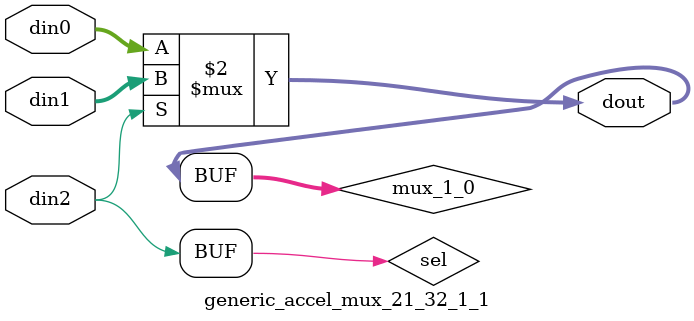
<source format=v>

`timescale 1ns/1ps

module generic_accel_mux_21_32_1_1 #(
parameter
    ID                = 0,
    NUM_STAGE         = 1,
    din0_WIDTH       = 32,
    din1_WIDTH       = 32,
    din2_WIDTH         = 32,
    dout_WIDTH            = 32
)(
    input  [31 : 0]     din0,
    input  [31 : 0]     din1,
    input  [0 : 0]    din2,
    output [31 : 0]   dout);

// puts internal signals
wire [0 : 0]     sel;
// level 1 signals
wire [31 : 0]         mux_1_0;

assign sel = din2;

// Generate level 1 logic
assign mux_1_0 = (sel[0] == 0)? din0 : din1;

// output logic
assign dout = mux_1_0;

endmodule

</source>
